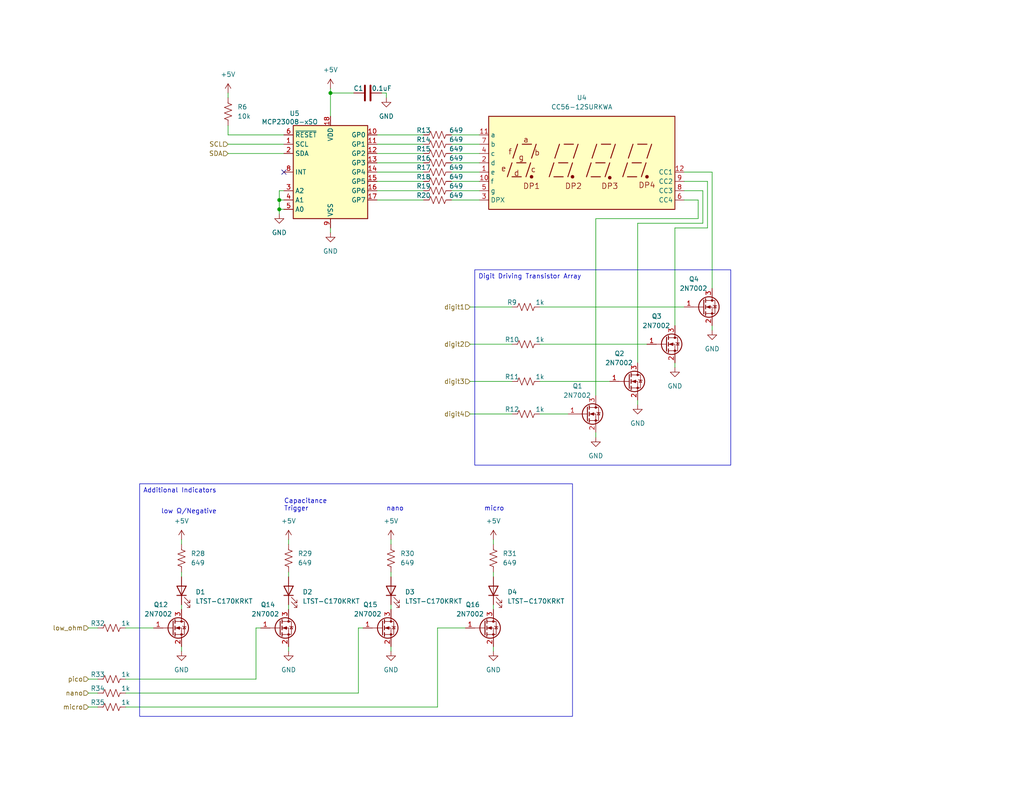
<source format=kicad_sch>
(kicad_sch (version 20231120) (generator "eeschema") (generator_version "8.0")
  (paper "A")
  (title_block (title "Multimeter Display") (date "2024-03-03") (rev "1"))
  (lib_symbols
    (symbol "Device:C" (pin_numbers hide) (pin_names (offset 0.254))
      (property "Reference" "C" (at 0.635 2.54 0))
      (property "Value" "C" (at 0.635 -2.54 0))
      (symbol "C_0_1"
        (polyline (pts (xy -2.032 -0.762) (xy 2.032 -0.762)) (stroke (width 0.508)))
        (polyline (pts (xy -2.032 0.762) (xy 2.032 0.762)) (stroke (width 0.508)))
      )
      (symbol "C_1_1"
        (pin passive line (at 0 3.81 270) (length 2.794) (name "~") (number "1"))
        (pin passive line (at 0 -3.81 90) (length 2.794) (name "~") (number "2"))
      )
    )
    (symbol "Device:LED" (pin_numbers hide) (pin_names (offset 1.016) hide)
      (property "Reference" "D" (at 0 2.54 0))
      (property "Value" "LED" (at 0 -2.54 0))
      (symbol "LED_0_1"
        (polyline (pts (xy -1.27 -1.27) (xy -1.27 1.27)) (stroke (width 0.254)))
        (polyline (pts (xy -1.27 0) (xy 1.27 0)))
        (polyline (pts (xy 1.27 -1.27) (xy 1.27 1.27) (xy -1.27 0) (xy 1.27 -1.27)) (stroke (width 0.254)))
        (polyline (pts (xy -3.048 -0.762) (xy -4.572 -2.286) (xy -3.81 -2.286) (xy -4.572 -2.286) (xy -4.572 -1.524)))
        (polyline (pts (xy -1.778 -0.762) (xy -3.302 -2.286) (xy -2.54 -2.286) (xy -3.302 -2.286) (xy -3.302 -1.524)))
      )
      (symbol "LED_1_1"
        (pin passive line (at -3.81 0 0) (length 2.54) (name "K") (number "1"))
        (pin passive line (at 3.81 0 180) (length 2.54) (name "A") (number "2"))
      )
    )
    (symbol "Device:R_US" (pin_numbers hide) (pin_names (offset 0))
      (property "Reference" "R" (at 2.54 0 90))
      (property "Value" "R_US" (at -2.54 0 90))
      (symbol "R_US_0_1"
        (polyline (pts (xy 0 -2.286) (xy 0 -2.54)))
        (polyline (pts (xy 0 2.286) (xy 0 2.54)))
        (polyline (pts (xy 0 -0.762) (xy 1.016 -1.143) (xy 0 -1.524) (xy -1.016 -1.905) (xy 0 -2.286)))
        (polyline (pts (xy 0 0.762) (xy 1.016 0.381) (xy 0 0) (xy -1.016 -0.381) (xy 0 -0.762)))
        (polyline (pts (xy 0 2.286) (xy 1.016 1.905) (xy 0 1.524) (xy -1.016 1.143) (xy 0 0.762)))
      )
      (symbol "R_US_1_1"
        (pin passive line (at 0 3.81 270) (length 1.27) (name "~") (number "1"))
        (pin passive line (at 0 -3.81 90) (length 1.27) (name "~") (number "2"))
      )
    )
    (symbol "Display_Character:CC56-12SURKWA"
      (property "Reference" "U" (at -24.13 13.97 0))
      (property "Value" "CC56-12SURKWA" (at 16.51 13.97 0))
      (symbol "CC56-12SURKWA_0_0"
        (rectangle (start -25.4 12.7) (end 25.4 -12.7) (stroke (width 0.254)) (fill (type background)))
        (polyline (pts (xy -20.32 -3.81) (xy -19.05 0)) (stroke (width 0.254)))
        (polyline (pts (xy -19.05 -3.81) (xy -16.51 -3.81)) (stroke (width 0.254)))
        (polyline (pts (xy -18.796 1.27) (xy -17.526 5.08)) (stroke (width 0.254)))
        (polyline (pts (xy -17.78 0) (xy -15.24 0)) (stroke (width 0.254)))
        (polyline (pts (xy -16.256 5.08) (xy -13.716 5.08)) (stroke (width 0.254)))
        (polyline (pts (xy -15.24 -3.81) (xy -13.97 0)) (stroke (width 0.254)))
        (polyline (pts (xy -13.716 1.27) (xy -12.446 5.08)) (stroke (width 0.254)))
        (polyline (pts (xy -8.89 -3.81) (xy -7.62 0)) (stroke (width 0.254)))
        (polyline (pts (xy -7.62 -3.81) (xy -5.08 -3.81)) (stroke (width 0.254)))
        (polyline (pts (xy -7.366 1.27) (xy -6.096 5.08)) (stroke (width 0.254)))
        (polyline (pts (xy -6.35 0) (xy -3.81 0)) (stroke (width 0.254)))
        (polyline (pts (xy -4.826 5.08) (xy -2.286 5.08)) (stroke (width 0.254)))
        (polyline (pts (xy -3.81 -3.81) (xy -2.54 0)) (stroke (width 0.254)))
        (polyline (pts (xy -2.286 1.27) (xy -1.016 5.08)) (stroke (width 0.254)))
        (polyline (pts (xy 1.27 -3.81) (xy 2.54 0)) (stroke (width 0.254)))
        (polyline (pts (xy 2.54 -3.81) (xy 5.08 -3.81)) (stroke (width 0.254)))
        (polyline (pts (xy 2.794 1.27) (xy 4.064 5.08)) (stroke (width 0.254)))
        (polyline (pts (xy 3.81 0) (xy 6.35 0)) (stroke (width 0.254)))
        (polyline (pts (xy 5.334 5.08) (xy 7.874 5.08)) (stroke (width 0.254)))
        (polyline (pts (xy 6.35 -3.81) (xy 7.62 0)) (stroke (width 0.254)))
        (polyline (pts (xy 7.874 1.27) (xy 9.144 5.08)) (stroke (width 0.254)))
        (polyline (pts (xy 11.176 -3.81) (xy 12.446 0)) (stroke (width 0.254)))
        (polyline (pts (xy 12.446 -3.81) (xy 14.986 -3.81)) (stroke (width 0.254)))
        (polyline (pts (xy 12.7 1.27) (xy 13.97 5.08)) (stroke (width 0.254)))
        (polyline (pts (xy 13.716 0) (xy 16.256 0)) (stroke (width 0.254)))
        (polyline (pts (xy 15.24 5.08) (xy 17.78 5.08)) (stroke (width 0.254)))
        (polyline (pts (xy 16.256 -3.81) (xy 17.526 0)) (stroke (width 0.254)))
        (polyline (pts (xy 17.78 1.27) (xy 19.05 5.08)) (stroke (width 0.254)))
        (text "a" (at -15.24 6.35 0) (effects (font (size 1.524 1.524))))
        (text "b" (at -12.192 2.794 0) (effects (font (size 1.524 1.524))))
        (text "c" (at -13.208 -1.778 0) (effects (font (size 1.524 1.524))))
        (text "d" (at -17.78 -2.794 0) (effects (font (size 1.524 1.524))))
        (text "DP1" (at -13.716 -6.35 0) (effects (font (size 1.524 1.524))))
        (text "DP2" (at -2.286 -6.35 0) (effects (font (size 1.524 1.524))))
        (text "DP3" (at 7.62 -6.35 0) (effects (font (size 1.524 1.524))))
        (text "DP4" (at 17.78 -6.096 0) (effects (font (size 1.524 1.524))))
        (text "e" (at -21.336 -1.524 0) (effects (font (size 1.524 1.524))))
        (text "f" (at -19.558 3.048 0) (effects (font (size 1.524 1.524))))
        (text "g" (at -16.51 1.524 0) (effects (font (size 1.524 1.524))))
      )
      (symbol "CC56-12SURKWA_0_1"
        (circle (center -13.716 -3.81) (radius 0.3556) (stroke (width 0.254)) (fill (type outline)))
        (circle (center -2.54 -3.81) (radius 0.3556) (stroke (width 0.254)) (fill (type outline)))
      )
      (symbol "CC56-12SURKWA_1_0"
        (circle (center 7.62 -4.064) (radius 0.3556) (stroke (width 0.254)) (fill (type outline)))
        (circle (center 17.78 -3.81) (radius 0.3556) (stroke (width 0.254)) (fill (type outline)))
      )
      (symbol "CC56-12SURKWA_1_1"
        (pin input line (at -27.94 -2.54 0) (length 2.54) (name "e") (number "1"))
        (pin input line (at -27.94 -5.08 0) (length 2.54) (name "f") (number "10"))
        (pin input line (at -27.94 7.62 0) (length 2.54) (name "a") (number "11"))
        (pin input line (at 27.94 -2.54 180) (length 2.54) (name "CC1") (number "12"))
        (pin input line (at -27.94 0 0) (length 2.54) (name "d") (number "2"))
        (pin input line (at -27.94 -10.16 0) (length 2.54) (name "DPX") (number "3"))
        (pin input line (at -27.94 2.54 0) (length 2.54) (name "c") (number "4"))
        (pin input line (at -27.94 -7.62 0) (length 2.54) (name "g") (number "5"))
        (pin input line (at 27.94 -10.16 180) (length 2.54) (name "CC4") (number "6"))
        (pin input line (at -27.94 5.08 0) (length 2.54) (name "b") (number "7"))
        (pin input line (at 27.94 -7.62 180) (length 2.54) (name "CC3") (number "8"))
        (pin input line (at 27.94 -5.08 180) (length 2.54) (name "CC2") (number "9"))
      )
    )
    (symbol "Interface_Expansion:MCP23008-xSO"
      (property "Reference" "U" (at -8.89 13.97 0))
      (property "Value" "MCP23008-xSO" (at 8.89 13.97 0))
      (symbol "MCP23008-xSO_0_1"
        (rectangle (start -10.16 12.7) (end 10.16 -12.7) (stroke (width 0.254)) (fill (type background)))
      )
      (symbol "MCP23008-xSO_1_1"
        (pin input line (at -12.7 7.62 0) (length 2.54) (name "SCL") (number "1"))
        (pin bidirectional line (at 12.7 10.16 180) (length 2.54) (name "GP0") (number "10"))
        (pin bidirectional line (at 12.7 7.62 180) (length 2.54) (name "GP1") (number "11"))
        (pin bidirectional line (at 12.7 5.08 180) (length 2.54) (name "GP2") (number "12"))
        (pin bidirectional line (at 12.7 2.54 180) (length 2.54) (name "GP3") (number "13"))
        (pin bidirectional line (at 12.7 0 180) (length 2.54) (name "GP4") (number "14"))
        (pin bidirectional line (at 12.7 -2.54 180) (length 2.54) (name "GP5") (number "15"))
        (pin bidirectional line (at 12.7 -5.08 180) (length 2.54) (name "GP6") (number "16"))
        (pin bidirectional line (at 12.7 -7.62 180) (length 2.54) (name "GP7") (number "17"))
        (pin power_in line (at 0 15.24 270) (length 2.54) (name "VDD") (number "18"))
        (pin bidirectional line (at -12.7 5.08 0) (length 2.54) (name "SDA") (number "2"))
        (pin input line (at -12.7 -5.08 0) (length 2.54) (name "A2") (number "3"))
        (pin input line (at -12.7 -7.62 0) (length 2.54) (name "A1") (number "4"))
        (pin input line (at -12.7 -10.16 0) (length 2.54) (name "A0") (number "5"))
        (pin input line (at -12.7 10.16 0) (length 2.54) (name "~{RESET}") (number "6"))
        (pin no_connect line (at -10.16 -2.54 0) (length 2.54) hide (name "NC") (number "7"))
        (pin output line (at -12.7 0 0) (length 2.54) (name "INT") (number "8"))
        (pin power_in line (at 0 -15.24 90) (length 2.54) (name "VSS") (number "9"))
      )
    )
    (symbol "Transistor_FET:2N7002" (pin_names hide)
      (property "Reference" "Q" (at 5.08 1.905 0))
      (property "Value" "2N7002" (at 5.08 0 0))
      (symbol "2N7002_0_1"
        (polyline (pts (xy 0.254 0) (xy -2.54 0)))
        (polyline (pts (xy 0.254 1.905) (xy 0.254 -1.905)) (stroke (width 0.254)))
        (polyline (pts (xy 0.762 -1.27) (xy 0.762 -2.286)) (stroke (width 0.254)))
        (polyline (pts (xy 0.762 0.508) (xy 0.762 -0.508)) (stroke (width 0.254)))
        (polyline (pts (xy 0.762 2.286) (xy 0.762 1.27)) (stroke (width 0.254)))
        (polyline (pts (xy 2.54 2.54) (xy 2.54 1.778)))
        (polyline (pts (xy 2.54 -2.54) (xy 2.54 0) (xy 0.762 0)))
        (polyline (pts (xy 0.762 -1.778) (xy 3.302 -1.778) (xy 3.302 1.778) (xy 0.762 1.778)))
        (polyline (pts (xy 1.016 0) (xy 2.032 0.381) (xy 2.032 -0.381) (xy 1.016 0)) (fill (type outline)))
        (polyline (pts (xy 2.794 0.508) (xy 2.921 0.381) (xy 3.683 0.381) (xy 3.81 0.254)))
        (polyline (pts (xy 3.302 0.381) (xy 2.921 -0.254) (xy 3.683 -0.254) (xy 3.302 0.381)))
        (circle (center 1.651 0) (radius 2.794) (stroke (width 0.254)))
        (circle (center 2.54 -1.778) (radius 0.254) (fill (type outline)))
        (circle (center 2.54 1.778) (radius 0.254) (fill (type outline)))
      )
      (symbol "2N7002_1_1"
        (pin input line (at -5.08 0 0) (length 2.54) (name "G") (number "1"))
        (pin passive line (at 2.54 -5.08 90) (length 2.54) (name "S") (number "2"))
        (pin passive line (at 2.54 5.08 270) (length 2.54) (name "D") (number "3"))
      )
    )
    (symbol "power:+5V" (power) (pin_names (offset 0))
      (property "Value" "+5V" (at 0 3.556 0))
      (symbol "+5V_0_1"
        (polyline (pts (xy -0.762 1.27) (xy 0 2.54)))
        (polyline (pts (xy 0 0) (xy 0 2.54)))
        (polyline (pts (xy 0 2.54) (xy 0.762 1.27)))
      )
      (symbol "+5V_1_1"
        (pin power_in line (at 0 0 90) (length 0) hide (name "+5V") (number "1"))
      )
    )
    (symbol "power:GND" (power) (pin_names (offset 0))
      (property "Value" "GND" (at 0 -3.81 0))
      (symbol "GND_0_1"
        (polyline (pts (xy 0 0) (xy 0 -1.27) (xy 1.27 -1.27) (xy 0 -2.54) (xy -1.27 -1.27) (xy 0 -1.27)))
      )
      (symbol "GND_1_1"
        (pin power_in line (at 0 0 270) (length 0) hide (name "GND") (number "1"))
      )
    )
  )
  (junction (at 76.2 54.61))
  (junction (at 76.2 57.15))
  (junction (at 90.17 25.4))
  (no_connect (at 77.47 46.99))
  (wire (pts (xy 76.2 57.15) (xy 77.47 57.15)))
  (wire (pts (xy 76.2 54.61) (xy 76.2 57.15)))
  (wire (pts (xy 90.17 25.4) (xy 90.17 31.75)))
  (wire (pts (xy 78.74 156.21) (xy 78.74 157.48)))
  (wire (pts (xy 102.87 52.07) (xy 115.57 52.07)))
  (wire (pts (xy 34.29 185.42) (xy 69.85 185.42)))
  (wire (pts (xy 49.53 176.53) (xy 49.53 177.8)))
  (wire (pts (xy 106.68 165.1) (xy 106.68 166.37)))
  (wire (pts (xy 90.17 24.13) (xy 90.17 25.4)))
  (wire (pts (xy 194.31 88.9) (xy 194.31 90.17)))
  (wire (pts (xy 123.19 49.53) (xy 130.81 49.53)))
  (wire (pts (xy 104.14 25.4) (xy 105.41 25.4)))
  (wire (pts (xy 76.2 57.15) (xy 76.2 58.42)))
  (wire (pts (xy 134.62 147.32) (xy 134.62 148.59)))
  (wire (pts (xy 97.79 189.23) (xy 97.79 171.45)))
  (wire (pts (xy 24.13 171.45) (xy 26.67 171.45)))
  (wire (pts (xy 128.27 83.82) (xy 139.7 83.82)))
  (wire (pts (xy 191.77 60.96) (xy 191.77 52.07)))
  (wire (pts (xy 123.19 39.37) (xy 130.81 39.37)))
  (wire (pts (xy 190.5 54.61) (xy 186.69 54.61)))
  (wire (pts (xy 191.77 52.07) (xy 186.69 52.07)))
  (wire (pts (xy 62.23 25.4) (xy 62.23 26.67)))
  (wire (pts (xy 102.87 46.99) (xy 115.57 46.99)))
  (wire (pts (xy 105.41 25.4) (xy 105.41 26.67)))
  (wire (pts (xy 119.38 171.45) (xy 127 171.45)))
  (wire (pts (xy 24.13 193.04) (xy 26.67 193.04)))
  (wire (pts (xy 49.53 165.1) (xy 49.53 166.37)))
  (wire (pts (xy 162.56 107.95) (xy 162.56 59.69)))
  (wire (pts (xy 102.87 41.91) (xy 115.57 41.91)))
  (wire (pts (xy 123.19 52.07) (xy 130.81 52.07)))
  (wire (pts (xy 134.62 165.1) (xy 134.62 166.37)))
  (wire (pts (xy 119.38 193.04) (xy 119.38 171.45)))
  (wire (pts (xy 184.15 99.06) (xy 184.15 100.33)))
  (wire (pts (xy 102.87 44.45) (xy 115.57 44.45)))
  (wire (pts (xy 190.5 59.69) (xy 190.5 54.61)))
  (wire (pts (xy 147.32 104.14) (xy 166.37 104.14)))
  (wire (pts (xy 147.32 113.03) (xy 154.94 113.03)))
  (wire (pts (xy 162.56 118.11) (xy 162.56 119.38)))
  (wire (pts (xy 106.68 147.32) (xy 106.68 148.59)))
  (wire (pts (xy 173.99 60.96) (xy 191.77 60.96)))
  (wire (pts (xy 102.87 36.83) (xy 115.57 36.83)))
  (wire (pts (xy 102.87 39.37) (xy 115.57 39.37)))
  (wire (pts (xy 123.19 41.91) (xy 130.81 41.91)))
  (wire (pts (xy 102.87 54.61) (xy 115.57 54.61)))
  (wire (pts (xy 173.99 99.06) (xy 173.99 60.96)))
  (wire (pts (xy 90.17 62.23) (xy 90.17 63.5)))
  (wire (pts (xy 62.23 41.91) (xy 77.47 41.91)))
  (wire (pts (xy 147.32 93.98) (xy 176.53 93.98)))
  (wire (pts (xy 184.15 88.9) (xy 184.15 62.23)))
  (wire (pts (xy 194.31 46.99) (xy 186.69 46.99)))
  (wire (pts (xy 62.23 39.37) (xy 77.47 39.37)))
  (wire (pts (xy 49.53 147.32) (xy 49.53 148.59)))
  (wire (pts (xy 123.19 44.45) (xy 130.81 44.45)))
  (wire (pts (xy 162.56 59.69) (xy 190.5 59.69)))
  (wire (pts (xy 77.47 52.07) (xy 76.2 52.07)))
  (wire (pts (xy 134.62 156.21) (xy 134.62 157.48)))
  (wire (pts (xy 134.62 176.53) (xy 134.62 177.8)))
  (wire (pts (xy 34.29 193.04) (xy 119.38 193.04)))
  (wire (pts (xy 78.74 165.1) (xy 78.74 166.37)))
  (wire (pts (xy 123.19 46.99) (xy 130.81 46.99)))
  (wire (pts (xy 193.04 62.23) (xy 193.04 49.53)))
  (wire (pts (xy 147.32 83.82) (xy 186.69 83.82)))
  (wire (pts (xy 123.19 36.83) (xy 130.81 36.83)))
  (wire (pts (xy 24.13 189.23) (xy 26.67 189.23)))
  (wire (pts (xy 24.13 185.42) (xy 26.67 185.42)))
  (wire (pts (xy 62.23 34.29) (xy 62.23 36.83)))
  (wire (pts (xy 69.85 171.45) (xy 71.12 171.45)))
  (wire (pts (xy 194.31 46.99) (xy 194.31 78.74)))
  (wire (pts (xy 128.27 104.14) (xy 139.7 104.14)))
  (wire (pts (xy 34.29 171.45) (xy 41.91 171.45)))
  (wire (pts (xy 78.74 147.32) (xy 78.74 148.59)))
  (wire (pts (xy 76.2 52.07) (xy 76.2 54.61)))
  (wire (pts (xy 102.87 49.53) (xy 115.57 49.53)))
  (wire (pts (xy 184.15 62.23) (xy 193.04 62.23)))
  (wire (pts (xy 97.79 171.45) (xy 99.06 171.45)))
  (wire (pts (xy 78.74 176.53) (xy 78.74 177.8)))
  (wire (pts (xy 62.23 36.83) (xy 77.47 36.83)))
  (wire (pts (xy 90.17 25.4) (xy 96.52 25.4)))
  (wire (pts (xy 128.27 93.98) (xy 139.7 93.98)))
  (wire (pts (xy 193.04 49.53) (xy 186.69 49.53)))
  (wire (pts (xy 173.99 109.22) (xy 173.99 110.49)))
  (wire (pts (xy 49.53 156.21) (xy 49.53 157.48)))
  (wire (pts (xy 76.2 54.61) (xy 77.47 54.61)))
  (wire (pts (xy 123.19 54.61) (xy 130.81 54.61)))
  (wire (pts (xy 106.68 156.21) (xy 106.68 157.48)))
  (wire (pts (xy 106.68 176.53) (xy 106.68 177.8)))
  (wire (pts (xy 34.29 189.23) (xy 97.79 189.23)))
  (wire (pts (xy 128.27 113.03) (xy 139.7 113.03)))
  (wire (pts (xy 69.85 185.42) (xy 69.85 171.45)))
  (text_box "Digit Driving Transistor Array" (at 129.54 73.66 0) (size 69.85 53.34) (effects (font (size 1.27 1.27)) (justify left top)))
  (text_box "Additional Indicators" (at 38.1 132.08 0) (size 118.11 63.5) (effects (font (size 1.27 1.27)) (justify left top)))
  (text "nano" (at 105.41 139.7 0) (effects (font (size 1.27 1.27)) (justify left bottom)))
  (text "Capacitance\nTrigger" (at 77.47 139.7 0) (effects (font (size 1.27 1.27)) (justify left bottom)))
  (text "low Ω/Negative" (at 43.942 140.462 0) (effects (font (size 1.27 1.27)) (justify left bottom)))
  (text "micro" (at 132.08 139.7 0) (effects (font (size 1.27 1.27)) (justify left bottom)))
  (hierarchical_label "digit4" (shape input) (at 128.27 113.03 180))
  (hierarchical_label "low_ohm" (shape input) (at 24.13 171.45 180))
  (hierarchical_label "nano" (shape input) (at 24.13 189.23 180))
  (hierarchical_label "digit2" (shape input) (at 128.27 93.98 180))
  (hierarchical_label "micro" (shape input) (at 24.13 193.04 180))
  (hierarchical_label "digit1" (shape input) (at 128.27 83.82 180))
  (hierarchical_label "SDA" (shape input) (at 62.23 41.91 180))
  (hierarchical_label "pico" (shape input) (at 24.13 185.42 180))
  (hierarchical_label "digit3" (shape input) (at 128.27 104.14 180))
  (hierarchical_label "SCL" (shape input) (at 62.23 39.37 180))
  (symbol (lib_id "Device:R_US") (at 119.38 46.99 90) (unit 1)
    (property "Reference" "R17" (at 115.57 45.72 90))
    (property "Value" "649" (at 124.46 45.72 90))
    (property "Footprint" "Resistor_SMD:R_0805_2012Metric_Pad1.20x1.40mm_HandSolder" (effects (hide yes)))
    (property "Digikey Part #" "RMCF0805FT649RCT-ND" (effects (hide yes)))
    (property "Part #" "RMCF0805FT649R" (effects (hide yes)))
    (property "Unit Price" "0.1" (effects (hide yes)))
  )
  (symbol (lib_id "Device:R_US") (at 143.51 93.98 90) (unit 1)
    (property "Reference" "R10" (at 139.7 92.71 90))
    (property "Value" "1k" (at 147.32 92.71 90))
    (property "Footprint" "Resistor_SMD:R_0805_2012Metric_Pad1.20x1.40mm_HandSolder" (effects (hide yes)))
    (property "Digikey Part #" "RMCF0805FT1K00CT-ND" (effects (hide yes)))
    (property "Part #" "RMCF0805FT1K00" (effects (hide yes)))
    (property "Unit Price" "0.1" (effects (hide yes)))
  )
  (symbol (lib_id "Device:R_US") (at 30.48 189.23 90) (unit 1)
    (property "Reference" "R34" (at 26.67 187.96 90))
    (property "Value" "1k" (at 34.29 187.96 90))
    (property "Footprint" "Resistor_SMD:R_0805_2012Metric_Pad1.20x1.40mm_HandSolder" (effects (hide yes)))
    (property "Digikey Part #" "RMCF0805FT1K00CT-ND" (effects (hide yes)))
    (property "Part #" "RMCF0805FT1K00" (effects (hide yes)))
    (property "Unit Price" "0.1" (effects (hide yes)))
  )
  (symbol (lib_id "power:+5V") (at 49.53 147.32 0) (unit 1)
    (property "Reference" "#PWR041" (effects (hide yes)))
    (property "Value" "+5V" (at 49.53 142.24 0))
  )
  (symbol (lib_id "Device:R_US") (at 143.51 113.03 90) (unit 1)
    (property "Reference" "R12" (at 139.7 111.76 90))
    (property "Value" "1k" (at 147.32 111.76 90))
    (property "Footprint" "Resistor_SMD:R_0805_2012Metric_Pad1.20x1.40mm_HandSolder" (effects (hide yes)))
    (property "Digikey Part #" "RMCF0805FT1K00CT-ND" (effects (hide yes)))
    (property "Part #" "RMCF0805FT1K00" (effects (hide yes)))
    (property "Unit Price" "0.1" (effects (hide yes)))
  )
  (symbol (lib_id "power:GND") (at 105.41 26.67 0) (unit 1)
    (property "Reference" "#PWR06" (effects (hide yes)))
    (property "Value" "GND" (at 105.41 31.75 0))
  )
  (symbol (lib_id "power:GND") (at 49.53 177.8 0) (unit 1)
    (property "Reference" "#PWR021" (effects (hide yes)))
    (property "Value" "GND" (at 49.53 182.88 0))
  )
  (symbol (lib_id "Display_Character:CC56-12SURKWA") (at 158.75 44.45 0) (unit 1)
    (property "Reference" "U4" (at 158.75 26.67 0))
    (property "Value" "CC56-12SURKWA" (at 158.75 29.21 0))
    (property "Footprint" "Display_7Segment:CA56-12SURKWA" (effects (hide yes)))
    (property "Datasheet" "http://www.kingbright.com/attachments/file/psearch/000/00/00/CC56-12SURKWA(Ver.7A).pdf" (effects (hide yes)))
    (property "Digikey Part #" "754-CC56-12SURKWA-ND" (effects (hide yes)))
    (property "Part #" "CC56-12SURKWA" (effects (hide yes)))
    (property "Unit Price" "6.38" (effects (hide yes)))
  )
  (symbol (lib_id "Interface_Expansion:MCP23008-xSO") (at 90.17 46.99 0) (unit 1)
    (property "Reference" "U5" (at 78.994 30.988 0) (effects (justify left)))
    (property "Value" "MCP23008-xSO" (at 71.374 33.274 0) (effects (justify left)))
    (property "Footprint" "Package_SO:SOIC-18W_7.5x11.6mm_P1.27mm" (effects (hide yes)))
    (property "Datasheet" "http://ww1.microchip.com/downloads/en/DeviceDoc/MCP23008-MCP23S08-Data-Sheet-20001919F.pdf" (effects (hide yes)))
    (property "Description" "8-bit I/O expander, I2C, interrupts, SOIC-18" (effects (hide yes)))
    (property "Digikey Part #" "MCP23008-E/SO-ND" (effects (hide yes)))
    (property "Part #" "MCP23008-E/SO" (effects (hide yes)))
    (property "Unit Price" "1.37" (effects (hide yes)))
  )
  (symbol (lib_id "Transistor_FET:2N7002") (at 46.99 171.45 0) (unit 1)
    (property "Reference" "Q12" (at 41.91 165.1 0) (effects (justify left)))
    (property "Value" "2N7002" (at 39.37 167.64 0) (effects (justify left)))
    (property "Footprint" "Package_TO_SOT_SMD:SOT-23" (effects (hide yes)))
    (property "Datasheet" "https://www.onsemi.com/pub/Collateral/NDS7002A-D.PDF" (effects (hide yes)))
    (property "Digikey Part #" "2N7002NCT-ND" (effects (hide yes)))
    (property "Part #" "2N7002" (effects (hide yes)))
    (property "Unit Price" "0.45" (effects (hide yes)))
  )
  (symbol (lib_id "power:GND") (at 90.17 63.5 0) (unit 1)
    (property "Reference" "#PWR044" (effects (hide yes)))
    (property "Value" "GND" (at 90.17 68.58 0))
  )
  (symbol (lib_id "Transistor_FET:2N7002") (at 191.77 83.82 0) (unit 1)
    (property "Reference" "Q4" (at 187.96 76.2 0) (effects (justify left)))
    (property "Value" "2N7002" (at 185.42 78.74 0) (effects (justify left)))
    (property "Footprint" "Package_TO_SOT_SMD:SOT-23" (effects (hide yes)))
    (property "Datasheet" "https://www.onsemi.com/pub/Collateral/NDS7002A-D.PDF" (effects (hide yes)))
    (property "Digikey Part #" "2N7002NCT-ND" (effects (hide yes)))
    (property "Part #" "2N7002" (effects (hide yes)))
    (property "Unit Price" "0.45" (effects (hide yes)))
  )
  (symbol (lib_id "Device:LED") (at 49.53 161.29 90) (unit 1)
    (property "Reference" "D1" (at 53.34 161.6075 90) (effects (justify right)))
    (property "Value" "LTST-C170KRKT" (at 53.34 164.1475 90) (effects (justify right)))
    (property "Footprint" "LED_SMD:LED_0805_2012Metric" (effects (hide yes)))
    (property "Digikey Part #" "160-1415-1-ND" (effects (hide yes)))
    (property "Part #" "LTST-C170KRKT" (effects (hide yes)))
    (property "Unit Price" "0.32" (effects (hide yes)))
  )
  (symbol (lib_id "Transistor_FET:2N7002") (at 171.45 104.14 0) (unit 1)
    (property "Reference" "Q2" (at 167.64 96.52 0) (effects (justify left)))
    (property "Value" "2N7002" (at 165.1 99.06 0) (effects (justify left)))
    (property "Footprint" "Package_TO_SOT_SMD:SOT-23" (effects (hide yes)))
    (property "Datasheet" "https://www.onsemi.com/pub/Collateral/NDS7002A-D.PDF" (effects (hide yes)))
    (property "Digikey Part #" "2N7002NCT-ND" (effects (hide yes)))
    (property "Part #" "2N7002" (effects (hide yes)))
    (property "Unit Price" "0.45" (effects (hide yes)))
  )
  (symbol (lib_id "Transistor_FET:2N7002") (at 104.14 171.45 0) (unit 1)
    (property "Reference" "Q15" (at 99.06 165.1 0) (effects (justify left)))
    (property "Value" "2N7002" (at 96.52 167.64 0) (effects (justify left)))
    (property "Footprint" "Package_TO_SOT_SMD:SOT-23" (effects (hide yes)))
    (property "Datasheet" "https://www.onsemi.com/pub/Collateral/NDS7002A-D.PDF" (effects (hide yes)))
    (property "Digikey Part #" "2N7002NCT-ND" (effects (hide yes)))
    (property "Part #" "2N7002" (effects (hide yes)))
    (property "Unit Price" "0.45" (effects (hide yes)))
  )
  (symbol (lib_id "Device:R_US") (at 106.68 152.4 0) (unit 1)
    (property "Reference" "R30" (at 109.22 151.13 0) (effects (justify left)))
    (property "Value" "649" (at 109.22 153.67 0) (effects (justify left)))
    (property "Footprint" "Resistor_SMD:R_0805_2012Metric_Pad1.20x1.40mm_HandSolder" (effects (hide yes)))
    (property "Digikey Part #" "RMCF0805FT649RCT-ND" (effects (hide yes)))
    (property "Part #" "RMCF0805FT649R" (effects (hide yes)))
    (property "Unit Price" "0.1" (effects (hide yes)))
  )
  (symbol (lib_id "Device:R_US") (at 30.48 171.45 90) (unit 1)
    (property "Reference" "R32" (at 26.67 170.18 90))
    (property "Value" "1k" (at 34.29 170.18 90))
    (property "Footprint" "Resistor_SMD:R_0805_2012Metric_Pad1.20x1.40mm_HandSolder" (effects (hide yes)))
    (property "Digikey Part #" "RMCF0805FT1K00CT-ND" (effects (hide yes)))
    (property "Part #" "RMCF0805FT1K00" (effects (hide yes)))
    (property "Unit Price" "0.1" (effects (hide yes)))
  )
  (symbol (lib_id "Device:R_US") (at 119.38 49.53 90) (unit 1)
    (property "Reference" "R18" (at 115.57 48.26 90))
    (property "Value" "649" (at 124.46 48.26 90))
    (property "Footprint" "Resistor_SMD:R_0805_2012Metric_Pad1.20x1.40mm_HandSolder" (effects (hide yes)))
    (property "Digikey Part #" "RMCF0805FT649RCT-ND" (effects (hide yes)))
    (property "Part #" "RMCF0805FT649R" (effects (hide yes)))
    (property "Unit Price" "0.1" (effects (hide yes)))
  )
  (symbol (lib_id "Device:LED") (at 106.68 161.29 90) (unit 1)
    (property "Reference" "D3" (at 110.49 161.6075 90) (effects (justify right)))
    (property "Value" "LTST-C170KRKT" (at 110.49 164.1475 90) (effects (justify right)))
    (property "Footprint" "LED_SMD:LED_0805_2012Metric" (effects (hide yes)))
    (property "Digikey Part #" "160-1415-1-ND" (effects (hide yes)))
    (property "Part #" "LTST-C170KRKT" (effects (hide yes)))
    (property "Unit Price" "0.32" (effects (hide yes)))
  )
  (symbol (lib_id "power:+5V") (at 78.74 147.32 0) (unit 1)
    (property "Reference" "#PWR025" (effects (hide yes)))
    (property "Value" "+5V" (at 78.74 142.24 0))
  )
  (symbol (lib_id "power:GND") (at 162.56 119.38 0) (unit 1)
    (property "Reference" "#PWR016" (effects (hide yes)))
    (property "Value" "GND" (at 162.56 124.46 0))
  )
  (symbol (lib_id "Device:C") (at 100.33 25.4 90) (unit 1)
    (property "Reference" "C1" (at 97.79 24.13 90))
    (property "Value" "0.1uF" (at 104.14 24.13 90))
    (property "Footprint" "Capacitor_SMD:C_0805_2012Metric" (effects (hide yes)))
    (property "Digikey Part #" "1276-1003-1-ND" (effects (hide yes)))
    (property "Part #" "CL21B104KBCNNNC" (effects (hide yes)))
    (property "Unit Price" "0.1" (effects (hide yes)))
  )
  (symbol (lib_id "power:GND") (at 194.31 90.17 0) (unit 1)
    (property "Reference" "#PWR019" (effects (hide yes)))
    (property "Value" "GND" (at 194.31 95.25 0))
  )
  (symbol (lib_id "power:GND") (at 134.62 177.8 0) (unit 1)
    (property "Reference" "#PWR024" (effects (hide yes)))
    (property "Value" "GND" (at 134.62 182.88 0))
  )
  (symbol (lib_id "Device:R_US") (at 78.74 152.4 0) (unit 1)
    (property "Reference" "R29" (at 81.28 151.13 0) (effects (justify left)))
    (property "Value" "649" (at 81.28 153.67 0) (effects (justify left)))
    (property "Footprint" "Resistor_SMD:R_0805_2012Metric_Pad1.20x1.40mm_HandSolder" (effects (hide yes)))
    (property "Digikey Part #" "RMCF0805FT649RCT-ND" (effects (hide yes)))
    (property "Part #" "RMCF0805FT649R" (effects (hide yes)))
    (property "Unit Price" "0.1" (effects (hide yes)))
  )
  (symbol (lib_id "power:+5V") (at 90.17 24.13 0) (unit 1)
    (property "Reference" "#PWR02" (effects (hide yes)))
    (property "Value" "+5V" (at 90.17 19.05 0))
  )
  (symbol (lib_id "Device:R_US") (at 119.38 54.61 90) (unit 1)
    (property "Reference" "R20" (at 115.57 53.34 90))
    (property "Value" "649" (at 124.46 53.34 90))
    (property "Footprint" "Resistor_SMD:R_0805_2012Metric_Pad1.20x1.40mm_HandSolder" (effects (hide yes)))
    (property "Digikey Part #" "RMCF0805FT649RCT-ND" (effects (hide yes)))
    (property "Part #" "RMCF0805FT649R" (effects (hide yes)))
    (property "Unit Price" "0.1" (effects (hide yes)))
  )
  (symbol (lib_id "power:GND") (at 78.74 177.8 0) (unit 1)
    (property "Reference" "#PWR022" (effects (hide yes)))
    (property "Value" "GND" (at 78.74 182.88 0))
  )
  (symbol (lib_id "Device:R_US") (at 119.38 36.83 90) (unit 1)
    (property "Reference" "R13" (at 115.57 35.56 90))
    (property "Value" "649" (at 124.46 35.56 90))
    (property "Footprint" "Resistor_SMD:R_0805_2012Metric_Pad1.20x1.40mm_HandSolder" (effects (hide yes)))
    (property "Digikey Part #" "RMCF0805FT649RCT-ND" (effects (hide yes)))
    (property "Part #" "RMCF0805FT649R" (effects (hide yes)))
    (property "Unit Price" "0.1" (effects (hide yes)))
  )
  (symbol (lib_id "power:+5V") (at 134.62 147.32 0) (unit 1)
    (property "Reference" "#PWR027" (effects (hide yes)))
    (property "Value" "+5V" (at 134.62 142.24 0))
  )
  (symbol (lib_id "Device:R_US") (at 119.38 44.45 90) (unit 1)
    (property "Reference" "R16" (at 115.57 43.18 90))
    (property "Value" "649" (at 124.46 43.18 90))
    (property "Footprint" "Resistor_SMD:R_0805_2012Metric_Pad1.20x1.40mm_HandSolder" (effects (hide yes)))
    (property "Digikey Part #" "RMCF0805FT649RCT-ND" (effects (hide yes)))
    (property "Part #" "RMCF0805FT649R" (effects (hide yes)))
    (property "Unit Price" "0.1" (effects (hide yes)))
  )
  (symbol (lib_id "power:GND") (at 76.2 58.42 0) (unit 1)
    (property "Reference" "#PWR01" (effects (hide yes)))
    (property "Value" "GND" (at 76.2 63.5 0))
  )
  (symbol (lib_id "Device:R_US") (at 49.53 152.4 0) (unit 1)
    (property "Reference" "R28" (at 52.07 151.13 0) (effects (justify left)))
    (property "Value" "649" (at 52.07 153.67 0) (effects (justify left)))
    (property "Footprint" "Resistor_SMD:R_0805_2012Metric_Pad1.20x1.40mm_HandSolder" (effects (hide yes)))
    (property "Digikey Part #" "RMCF0805FT649RCT-ND" (effects (hide yes)))
    (property "Part #" "RMCF0805FT649R" (effects (hide yes)))
    (property "Unit Price" "0.1" (effects (hide yes)))
  )
  (symbol (lib_id "Device:R_US") (at 119.38 52.07 90) (unit 1)
    (property "Reference" "R19" (at 115.57 50.8 90))
    (property "Value" "649" (at 124.46 50.8 90))
    (property "Footprint" "Resistor_SMD:R_0805_2012Metric_Pad1.20x1.40mm_HandSolder" (effects (hide yes)))
    (property "Digikey Part #" "RMCF0805FT649RCT-ND" (effects (hide yes)))
    (property "Part #" "RMCF0805FT649R" (effects (hide yes)))
    (property "Unit Price" "0.1" (effects (hide yes)))
  )
  (symbol (lib_id "Transistor_FET:2N7002") (at 160.02 113.03 0) (unit 1)
    (property "Reference" "Q1" (at 156.21 105.41 0) (effects (justify left)))
    (property "Value" "2N7002" (at 153.67 107.95 0) (effects (justify left)))
    (property "Footprint" "Package_TO_SOT_SMD:SOT-23" (effects (hide yes)))
    (property "Datasheet" "https://www.onsemi.com/pub/Collateral/NDS7002A-D.PDF" (effects (hide yes)))
    (property "Digikey Part #" "2N7002NCT-ND" (effects (hide yes)))
    (property "Part #" "2N7002" (effects (hide yes)))
    (property "Unit Price" "0.45" (effects (hide yes)))
  )
  (symbol (lib_id "power:+5V") (at 62.23 25.4 0) (unit 1)
    (property "Reference" "#PWR020" (effects (hide yes)))
    (property "Value" "+5V" (at 62.23 20.32 0))
  )
  (symbol (lib_id "Device:R_US") (at 119.38 39.37 90) (unit 1)
    (property "Reference" "R14" (at 115.57 38.1 90))
    (property "Value" "649" (at 124.46 38.1 90))
    (property "Footprint" "Resistor_SMD:R_0805_2012Metric_Pad1.20x1.40mm_HandSolder" (effects (hide yes)))
    (property "Digikey Part #" "RMCF0805FT649RCT-ND" (effects (hide yes)))
    (property "Part #" "RMCF0805FT649R" (effects (hide yes)))
    (property "Unit Price" "0.1" (effects (hide yes)))
  )
  (symbol (lib_id "Transistor_FET:2N7002") (at 132.08 171.45 0) (unit 1)
    (property "Reference" "Q16" (at 127 165.1 0) (effects (justify left)))
    (property "Value" "2N7002" (at 124.46 167.64 0) (effects (justify left)))
    (property "Footprint" "Package_TO_SOT_SMD:SOT-23" (effects (hide yes)))
    (property "Datasheet" "https://www.onsemi.com/pub/Collateral/NDS7002A-D.PDF" (effects (hide yes)))
    (property "Digikey Part #" "2N7002NCT-ND" (effects (hide yes)))
    (property "Part #" "2N7002" (effects (hide yes)))
    (property "Unit Price" "0.45" (effects (hide yes)))
  )
  (symbol (lib_id "power:GND") (at 184.15 100.33 0) (unit 1)
    (property "Reference" "#PWR018" (effects (hide yes)))
    (property "Value" "GND" (at 184.15 105.41 0))
  )
  (symbol (lib_id "power:GND") (at 173.99 110.49 0) (unit 1)
    (property "Reference" "#PWR017" (effects (hide yes)))
    (property "Value" "GND" (at 173.99 115.57 0))
  )
  (symbol (lib_id "Device:R_US") (at 143.51 83.82 90) (unit 1)
    (property "Reference" "R9" (at 139.7 82.55 90))
    (property "Value" "1k" (at 147.32 82.55 90))
    (property "Footprint" "Resistor_SMD:R_0805_2012Metric_Pad1.20x1.40mm_HandSolder" (effects (hide yes)))
    (property "Digikey Part #" "RMCF0805FT1K00CT-ND" (effects (hide yes)))
    (property "Part #" "RMCF0805FT1K00" (effects (hide yes)))
    (property "Unit Price" "0.1" (effects (hide yes)))
  )
  (symbol (lib_id "Transistor_FET:2N7002") (at 181.61 93.98 0) (unit 1)
    (property "Reference" "Q3" (at 177.8 86.36 0) (effects (justify left)))
    (property "Value" "2N7002" (at 175.26 88.9 0) (effects (justify left)))
    (property "Footprint" "Package_TO_SOT_SMD:SOT-23" (effects (hide yes)))
    (property "Datasheet" "https://www.onsemi.com/pub/Collateral/NDS7002A-D.PDF" (effects (hide yes)))
    (property "Digikey Part #" "2N7002NCT-ND" (effects (hide yes)))
    (property "Part #" "2N7002" (effects (hide yes)))
    (property "Unit Price" "0.45" (effects (hide yes)))
  )
  (symbol (lib_id "Device:R_US") (at 30.48 185.42 90) (unit 1)
    (property "Reference" "R33" (at 26.67 184.15 90))
    (property "Value" "1k" (at 34.29 184.15 90))
    (property "Footprint" "Resistor_SMD:R_0805_2012Metric_Pad1.20x1.40mm_HandSolder" (effects (hide yes)))
    (property "Digikey Part #" "RMCF0805FT1K00CT-ND" (effects (hide yes)))
    (property "Part #" "RMCF0805FT1K00" (effects (hide yes)))
    (property "Unit Price" "0.1" (effects (hide yes)))
  )
  (symbol (lib_id "power:+5V") (at 106.68 147.32 0) (unit 1)
    (property "Reference" "#PWR026" (effects (hide yes)))
    (property "Value" "+5V" (at 106.68 142.24 0))
  )
  (symbol (lib_id "Device:R_US") (at 143.51 104.14 90) (unit 1)
    (property "Reference" "R11" (at 139.7 102.87 90))
    (property "Value" "1k" (at 147.32 102.87 90))
    (property "Footprint" "Resistor_SMD:R_0805_2012Metric_Pad1.20x1.40mm_HandSolder" (effects (hide yes)))
    (property "Digikey Part #" "RMCF0805FT1K00CT-ND" (effects (hide yes)))
    (property "Part #" "RMCF0805FT1K00" (effects (hide yes)))
    (property "Unit Price" "0.1" (effects (hide yes)))
  )
  (symbol (lib_id "power:GND") (at 106.68 177.8 0) (unit 1)
    (property "Reference" "#PWR023" (effects (hide yes)))
    (property "Value" "GND" (at 106.68 182.88 0))
  )
  (symbol (lib_id "Device:R_US") (at 119.38 41.91 90) (unit 1)
    (property "Reference" "R15" (at 115.57 40.64 90))
    (property "Value" "649" (at 124.46 40.64 90))
    (property "Footprint" "Resistor_SMD:R_0805_2012Metric_Pad1.20x1.40mm_HandSolder" (effects (hide yes)))
    (property "Digikey Part #" "RMCF0805FT649RCT-ND" (effects (hide yes)))
    (property "Part #" "RMCF0805FT649R" (effects (hide yes)))
    (property "Unit Price" "0.1" (effects (hide yes)))
  )
  (symbol (lib_id "Transistor_FET:2N7002") (at 76.2 171.45 0) (unit 1)
    (property "Reference" "Q14" (at 71.12 165.1 0) (effects (justify left)))
    (property "Value" "2N7002" (at 68.58 167.64 0) (effects (justify left)))
    (property "Footprint" "Package_TO_SOT_SMD:SOT-23" (effects (hide yes)))
    (property "Datasheet" "https://www.onsemi.com/pub/Collateral/NDS7002A-D.PDF" (effects (hide yes)))
    (property "Digikey Part #" "2N7002NCT-ND" (effects (hide yes)))
    (property "Part #" "2N7002" (effects (hide yes)))
    (property "Unit Price" "0.45" (effects (hide yes)))
  )
  (symbol (lib_id "Device:R_US") (at 62.23 30.48 0) (unit 1)
    (property "Reference" "R6" (at 64.77 29.2099 0) (effects (justify left)))
    (property "Value" "10k" (at 64.77 31.7499 0) (effects (justify left)))
    (property "Footprint" "Resistor_SMD:R_0805_2012Metric_Pad1.20x1.40mm_HandSolder" (effects (hide yes)))
    (property "Description" "Resistor, US symbol" (effects (hide yes)))
    (property "Digikey Part #" "RMCF0805FT10K0CT-ND" (effects (hide yes)))
    (property "Part #" "RMCF0805FT10K0" (effects (hide yes)))
    (property "Unit Price" "0.1" (effects (hide yes)))
  )
  (symbol (lib_id "Device:LED") (at 134.62 161.29 90) (unit 1)
    (property "Reference" "D4" (at 138.43 161.6075 90) (effects (justify right)))
    (property "Value" "LTST-C170KRKT" (at 138.43 164.1475 90) (effects (justify right)))
    (property "Footprint" "LED_SMD:LED_0805_2012Metric" (effects (hide yes)))
    (property "Digikey Part #" "160-1415-1-ND" (effects (hide yes)))
    (property "Part #" "LTST-C170KRKT" (effects (hide yes)))
    (property "Unit Price" "0.32" (effects (hide yes)))
  )
  (symbol (lib_id "Device:LED") (at 78.74 161.29 90) (unit 1)
    (property "Reference" "D2" (at 82.55 161.6075 90) (effects (justify right)))
    (property "Value" "LTST-C170KRKT" (at 82.55 164.1475 90) (effects (justify right)))
    (property "Footprint" "LED_SMD:LED_0805_2012Metric" (effects (hide yes)))
    (property "Digikey Part #" "160-1415-1-ND" (effects (hide yes)))
    (property "Part #" "LTST-C170KRKT" (effects (hide yes)))
    (property "Unit Price" "0.32" (effects (hide yes)))
  )
  (symbol (lib_id "Device:R_US") (at 134.62 152.4 0) (unit 1)
    (property "Reference" "R31" (at 137.16 151.13 0) (effects (justify left)))
    (property "Value" "649" (at 137.16 153.67 0) (effects (justify left)))
    (property "Footprint" "Resistor_SMD:R_0805_2012Metric_Pad1.20x1.40mm_HandSolder" (effects (hide yes)))
    (property "Digikey Part #" "RMCF0805FT649RCT-ND" (effects (hide yes)))
    (property "Part #" "RMCF0805FT649R" (effects (hide yes)))
    (property "Unit Price" "0.1" (effects (hide yes)))
  )
  (symbol (lib_id "Device:R_US") (at 30.48 193.04 90) (unit 1)
    (property "Reference" "R35" (at 26.67 191.77 90))
    (property "Value" "1k" (at 34.29 191.77 90))
    (property "Footprint" "Resistor_SMD:R_0805_2012Metric_Pad1.20x1.40mm_HandSolder" (effects (hide yes)))
    (property "Digikey Part #" "RMCF0805FT1K00CT-ND" (effects (hide yes)))
    (property "Part #" "RMCF0805FT1K00" (effects (hide yes)))
    (property "Unit Price" "0.1" (effects (hide yes)))
  )
)
</source>
